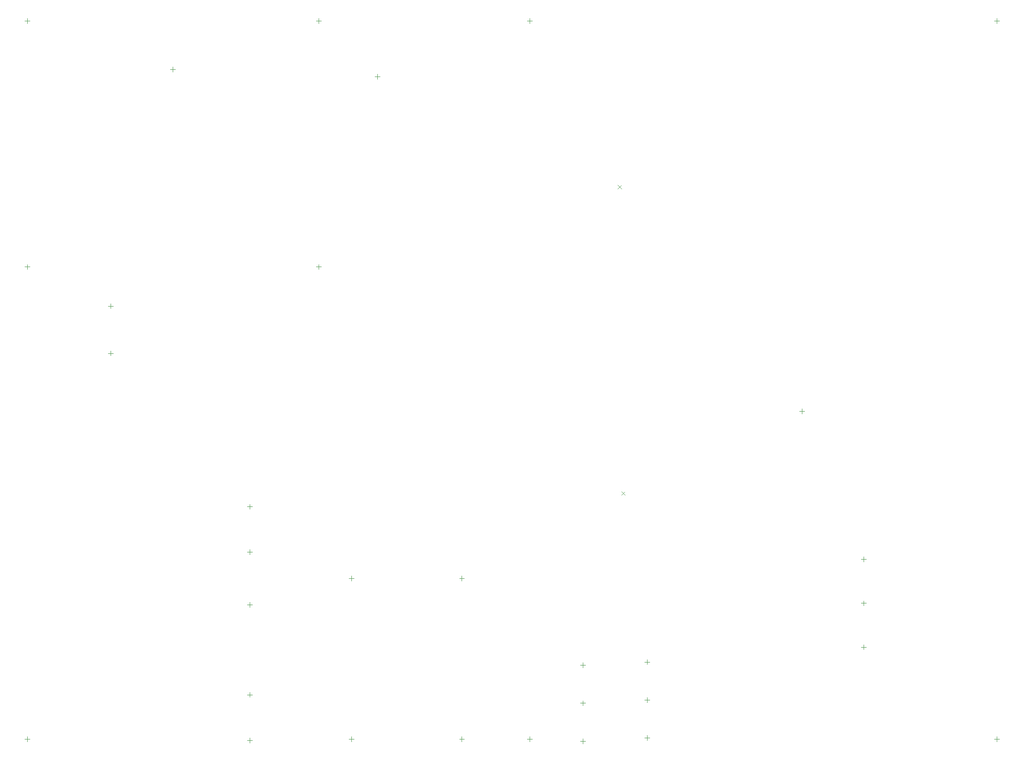
<source format=gbr>
G04*
G04 #@! TF.GenerationSoftware,Altium Limited,Altium Designer,22.4.2 (48)*
G04*
G04 Layer_Color=0*
%FSLAX25Y25*%
%MOIN*%
G70*
G04*
G04 #@! TF.SameCoordinates,B172E609-1CFC-4B23-86F5-1081F1DC675F*
G04*
G04*
G04 #@! TF.FilePolarity,Positive*
G04*
G01*
G75*
%ADD224C,0.00394*%
D224*
X288071Y533071D02*
X292008D01*
X290039Y531102D02*
Y535039D01*
X481420Y204840D02*
X484204Y207624D01*
X481420D02*
X484204Y204840D01*
X622835Y268701D02*
Y272638D01*
X620866Y270669D02*
X624803D01*
X478529Y445065D02*
X481313Y447849D01*
X478529D02*
X481313Y445065D01*
X129921Y536772D02*
Y540709D01*
X127953Y538740D02*
X131890D01*
X501580Y72185D02*
Y76122D01*
X499612Y74154D02*
X503549D01*
X499612Y44360D02*
X503549Y44360D01*
X501580Y46329D02*
X501580Y42392D01*
X449207Y41860D02*
X453144D01*
X451176Y39892D02*
Y43829D01*
X269685Y137795D02*
Y141732D01*
X267717Y139764D02*
X271654D01*
X267717Y13780D02*
X271654D01*
X269685Y11811D02*
Y15748D01*
X354331Y13780D02*
X358268D01*
X356299Y11811D02*
Y15748D01*
X354331Y139764D02*
X358268D01*
X356299Y137795D02*
Y141732D01*
X81106Y351181D02*
Y355118D01*
X79138Y353150D02*
X83075D01*
X188094Y12598D02*
X192032D01*
X190063Y10630D02*
Y14567D01*
Y46535D02*
Y50472D01*
X188094Y48504D02*
X192032D01*
X449207Y71653D02*
X453144D01*
X451176Y69685D02*
Y73622D01*
X409449Y574803D02*
Y578740D01*
X407480Y576772D02*
X411417D01*
X188189Y160433D02*
X192126D01*
X190157Y158465D02*
Y162402D01*
X775591Y574803D02*
Y578740D01*
X773622Y576772D02*
X777559D01*
X15748Y574803D02*
Y578740D01*
X13780Y576772D02*
X17717D01*
X15748Y381890D02*
Y385827D01*
X13780Y383858D02*
X17717D01*
X15748Y11811D02*
Y15748D01*
X13780Y13780D02*
X17717D01*
X775591Y11811D02*
Y15748D01*
X773622Y13780D02*
X777559D01*
X409449Y11811D02*
Y15748D01*
X407480Y13780D02*
X411417D01*
X244094Y381890D02*
Y385827D01*
X242126Y383858D02*
X246063D01*
X244094Y574803D02*
Y578740D01*
X242126Y576772D02*
X246063D01*
X451176Y10098D02*
Y14035D01*
X449207Y12067D02*
X453144D01*
X671260Y118232D02*
Y122169D01*
X669291Y120201D02*
X673228D01*
X671260Y152598D02*
Y156535D01*
X669291Y154567D02*
X673228D01*
X671260Y83866D02*
Y87803D01*
X669291Y85835D02*
X673228D01*
X79138Y316142D02*
X83075D01*
X81106Y314173D02*
Y318110D01*
X188189Y195866D02*
X192126D01*
X190157Y193898D02*
Y197835D01*
X499612Y14567D02*
X503549D01*
X501580Y12598D02*
Y16535D01*
X188094Y118898D02*
X192032D01*
X190063Y116929D02*
Y120866D01*
M02*

</source>
